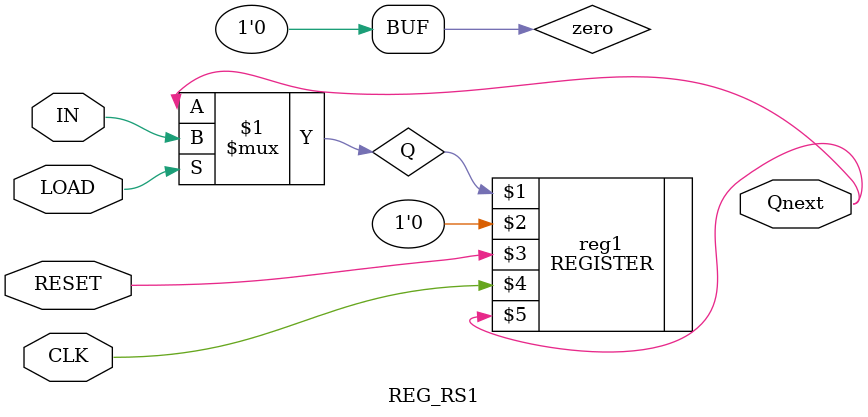
<source format=v>
module REG_RS1(CLK, RESET, LOAD, IN, Qnext);
    input CLK, RESET, LOAD, IN;
    output Qnext;
    wire Q, zero;

    assign zero = 1'b0;
    assign Q = (LOAD) ? IN : Qnext;
    REGISTER reg1(Q, zero, RESET, CLK, Qnext);
endmodule

</source>
